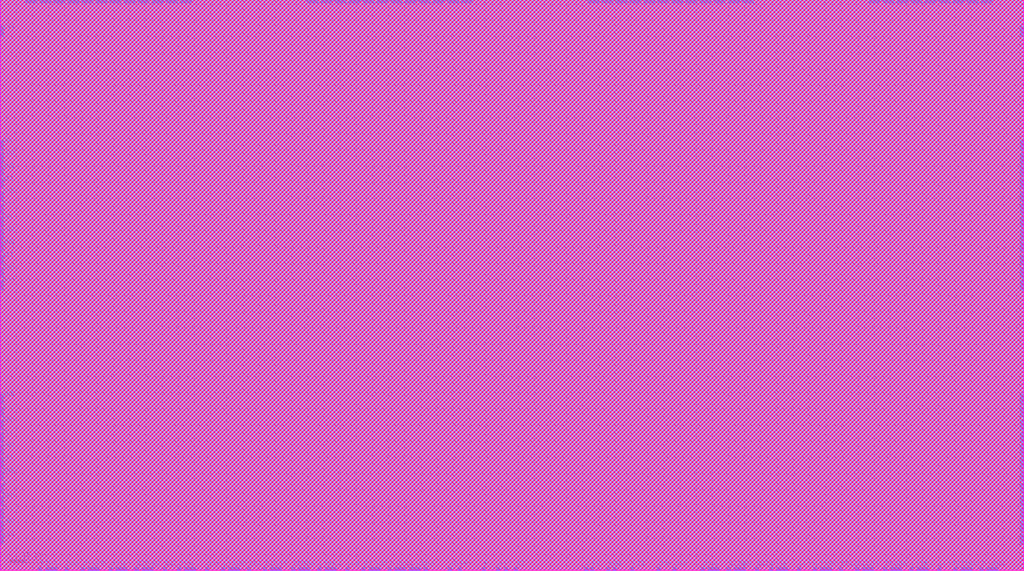
<source format=lef>
# 
#              Synchronous High Speed Single Port SRAM Compiler 
# 
#                    UMC 0.18um GenericII Logic Process
#    __________________________________________________________________________
# 
# 
#      (C) Copyright 2002-2009 Faraday Technology Corp. All Rights Reserved.
#    
#    This source code is an unpublished work belongs to Faraday Technology
#    Corp.  It is considered a trade secret and is not to be divulged or
#    used by parties who have not received written authorization from
#    Faraday Technology Corp.
#    
#    Faraday's home page can be found at:
#    http://www.faraday-tech.com/
#   
#       Module Name      : SRAM_inst
#       Words            : 128
#       Bits             : 16
#       Byte-Write       : 1
#       Aspect Ratio     : 1
#       Output Loading   : 0.05  (pf)
#       Data Slew        : 0.02  (ns)
#       CK Slew          : 0.02  (ns)
#       Power Ring Width : 2  (um)
# 
# -----------------------------------------------------------------------------
# 
#       Library          : FSA0M_A
#       Memaker          : 200901.2.1
#       Date             : 2024/06/08 09:53:06
# 
# -----------------------------------------------------------------------------


NAMESCASESENSITIVE ON ;
MACRO SRAM_inst
CLASS BLOCK ;
FOREIGN SRAM_inst 0.000 0.000 ;
ORIGIN 0.000 0.000 ;
SIZE 316.200 BY 176.400 ;
SYMMETRY x y r90 ;
SITE core_5040 ;
PIN VCC
  DIRECTION INOUT ;
  USE POWER ;
  SHAPE ABUTMENT ;
 PORT
  LAYER metal4 ;
  RECT 315.080 164.980 316.200 168.220 ;
  LAYER metal3 ;
  RECT 315.080 164.980 316.200 168.220 ;
  LAYER metal2 ;
  RECT 315.080 164.980 316.200 168.220 ;
  LAYER metal1 ;
  RECT 315.080 164.980 316.200 168.220 ;
 END
 PORT
  LAYER metal4 ;
  RECT 315.080 125.780 316.200 129.020 ;
  LAYER metal3 ;
  RECT 315.080 125.780 316.200 129.020 ;
  LAYER metal2 ;
  RECT 315.080 125.780 316.200 129.020 ;
  LAYER metal1 ;
  RECT 315.080 125.780 316.200 129.020 ;
 END
 PORT
  LAYER metal4 ;
  RECT 315.080 117.940 316.200 121.180 ;
  LAYER metal3 ;
  RECT 315.080 117.940 316.200 121.180 ;
  LAYER metal2 ;
  RECT 315.080 117.940 316.200 121.180 ;
  LAYER metal1 ;
  RECT 315.080 117.940 316.200 121.180 ;
 END
 PORT
  LAYER metal4 ;
  RECT 315.080 110.100 316.200 113.340 ;
  LAYER metal3 ;
  RECT 315.080 110.100 316.200 113.340 ;
  LAYER metal2 ;
  RECT 315.080 110.100 316.200 113.340 ;
  LAYER metal1 ;
  RECT 315.080 110.100 316.200 113.340 ;
 END
 PORT
  LAYER metal4 ;
  RECT 315.080 102.260 316.200 105.500 ;
  LAYER metal3 ;
  RECT 315.080 102.260 316.200 105.500 ;
  LAYER metal2 ;
  RECT 315.080 102.260 316.200 105.500 ;
  LAYER metal1 ;
  RECT 315.080 102.260 316.200 105.500 ;
 END
 PORT
  LAYER metal4 ;
  RECT 315.080 94.420 316.200 97.660 ;
  LAYER metal3 ;
  RECT 315.080 94.420 316.200 97.660 ;
  LAYER metal2 ;
  RECT 315.080 94.420 316.200 97.660 ;
  LAYER metal1 ;
  RECT 315.080 94.420 316.200 97.660 ;
 END
 PORT
  LAYER metal4 ;
  RECT 315.080 86.580 316.200 89.820 ;
  LAYER metal3 ;
  RECT 315.080 86.580 316.200 89.820 ;
  LAYER metal2 ;
  RECT 315.080 86.580 316.200 89.820 ;
  LAYER metal1 ;
  RECT 315.080 86.580 316.200 89.820 ;
 END
 PORT
  LAYER metal4 ;
  RECT 315.080 47.380 316.200 50.620 ;
  LAYER metal3 ;
  RECT 315.080 47.380 316.200 50.620 ;
  LAYER metal2 ;
  RECT 315.080 47.380 316.200 50.620 ;
  LAYER metal1 ;
  RECT 315.080 47.380 316.200 50.620 ;
 END
 PORT
  LAYER metal4 ;
  RECT 315.080 39.540 316.200 42.780 ;
  LAYER metal3 ;
  RECT 315.080 39.540 316.200 42.780 ;
  LAYER metal2 ;
  RECT 315.080 39.540 316.200 42.780 ;
  LAYER metal1 ;
  RECT 315.080 39.540 316.200 42.780 ;
 END
 PORT
  LAYER metal4 ;
  RECT 315.080 31.700 316.200 34.940 ;
  LAYER metal3 ;
  RECT 315.080 31.700 316.200 34.940 ;
  LAYER metal2 ;
  RECT 315.080 31.700 316.200 34.940 ;
  LAYER metal1 ;
  RECT 315.080 31.700 316.200 34.940 ;
 END
 PORT
  LAYER metal4 ;
  RECT 315.080 23.860 316.200 27.100 ;
  LAYER metal3 ;
  RECT 315.080 23.860 316.200 27.100 ;
  LAYER metal2 ;
  RECT 315.080 23.860 316.200 27.100 ;
  LAYER metal1 ;
  RECT 315.080 23.860 316.200 27.100 ;
 END
 PORT
  LAYER metal4 ;
  RECT 315.080 16.020 316.200 19.260 ;
  LAYER metal3 ;
  RECT 315.080 16.020 316.200 19.260 ;
  LAYER metal2 ;
  RECT 315.080 16.020 316.200 19.260 ;
  LAYER metal1 ;
  RECT 315.080 16.020 316.200 19.260 ;
 END
 PORT
  LAYER metal4 ;
  RECT 315.080 8.180 316.200 11.420 ;
  LAYER metal3 ;
  RECT 315.080 8.180 316.200 11.420 ;
  LAYER metal2 ;
  RECT 315.080 8.180 316.200 11.420 ;
  LAYER metal1 ;
  RECT 315.080 8.180 316.200 11.420 ;
 END
 PORT
  LAYER metal4 ;
  RECT 0.000 164.980 1.120 168.220 ;
  LAYER metal3 ;
  RECT 0.000 164.980 1.120 168.220 ;
  LAYER metal2 ;
  RECT 0.000 164.980 1.120 168.220 ;
  LAYER metal1 ;
  RECT 0.000 164.980 1.120 168.220 ;
 END
 PORT
  LAYER metal4 ;
  RECT 0.000 125.780 1.120 129.020 ;
  LAYER metal3 ;
  RECT 0.000 125.780 1.120 129.020 ;
  LAYER metal2 ;
  RECT 0.000 125.780 1.120 129.020 ;
  LAYER metal1 ;
  RECT 0.000 125.780 1.120 129.020 ;
 END
 PORT
  LAYER metal4 ;
  RECT 0.000 117.940 1.120 121.180 ;
  LAYER metal3 ;
  RECT 0.000 117.940 1.120 121.180 ;
  LAYER metal2 ;
  RECT 0.000 117.940 1.120 121.180 ;
  LAYER metal1 ;
  RECT 0.000 117.940 1.120 121.180 ;
 END
 PORT
  LAYER metal4 ;
  RECT 0.000 110.100 1.120 113.340 ;
  LAYER metal3 ;
  RECT 0.000 110.100 1.120 113.340 ;
  LAYER metal2 ;
  RECT 0.000 110.100 1.120 113.340 ;
  LAYER metal1 ;
  RECT 0.000 110.100 1.120 113.340 ;
 END
 PORT
  LAYER metal4 ;
  RECT 0.000 102.260 1.120 105.500 ;
  LAYER metal3 ;
  RECT 0.000 102.260 1.120 105.500 ;
  LAYER metal2 ;
  RECT 0.000 102.260 1.120 105.500 ;
  LAYER metal1 ;
  RECT 0.000 102.260 1.120 105.500 ;
 END
 PORT
  LAYER metal4 ;
  RECT 0.000 94.420 1.120 97.660 ;
  LAYER metal3 ;
  RECT 0.000 94.420 1.120 97.660 ;
  LAYER metal2 ;
  RECT 0.000 94.420 1.120 97.660 ;
  LAYER metal1 ;
  RECT 0.000 94.420 1.120 97.660 ;
 END
 PORT
  LAYER metal4 ;
  RECT 0.000 86.580 1.120 89.820 ;
  LAYER metal3 ;
  RECT 0.000 86.580 1.120 89.820 ;
  LAYER metal2 ;
  RECT 0.000 86.580 1.120 89.820 ;
  LAYER metal1 ;
  RECT 0.000 86.580 1.120 89.820 ;
 END
 PORT
  LAYER metal4 ;
  RECT 0.000 47.380 1.120 50.620 ;
  LAYER metal3 ;
  RECT 0.000 47.380 1.120 50.620 ;
  LAYER metal2 ;
  RECT 0.000 47.380 1.120 50.620 ;
  LAYER metal1 ;
  RECT 0.000 47.380 1.120 50.620 ;
 END
 PORT
  LAYER metal4 ;
  RECT 0.000 39.540 1.120 42.780 ;
  LAYER metal3 ;
  RECT 0.000 39.540 1.120 42.780 ;
  LAYER metal2 ;
  RECT 0.000 39.540 1.120 42.780 ;
  LAYER metal1 ;
  RECT 0.000 39.540 1.120 42.780 ;
 END
 PORT
  LAYER metal4 ;
  RECT 0.000 31.700 1.120 34.940 ;
  LAYER metal3 ;
  RECT 0.000 31.700 1.120 34.940 ;
  LAYER metal2 ;
  RECT 0.000 31.700 1.120 34.940 ;
  LAYER metal1 ;
  RECT 0.000 31.700 1.120 34.940 ;
 END
 PORT
  LAYER metal4 ;
  RECT 0.000 23.860 1.120 27.100 ;
  LAYER metal3 ;
  RECT 0.000 23.860 1.120 27.100 ;
  LAYER metal2 ;
  RECT 0.000 23.860 1.120 27.100 ;
  LAYER metal1 ;
  RECT 0.000 23.860 1.120 27.100 ;
 END
 PORT
  LAYER metal4 ;
  RECT 0.000 16.020 1.120 19.260 ;
  LAYER metal3 ;
  RECT 0.000 16.020 1.120 19.260 ;
  LAYER metal2 ;
  RECT 0.000 16.020 1.120 19.260 ;
  LAYER metal1 ;
  RECT 0.000 16.020 1.120 19.260 ;
 END
 PORT
  LAYER metal4 ;
  RECT 0.000 8.180 1.120 11.420 ;
  LAYER metal3 ;
  RECT 0.000 8.180 1.120 11.420 ;
  LAYER metal2 ;
  RECT 0.000 8.180 1.120 11.420 ;
  LAYER metal1 ;
  RECT 0.000 8.180 1.120 11.420 ;
 END
 PORT
  LAYER metal4 ;
  RECT 302.960 175.280 306.500 176.400 ;
  LAYER metal3 ;
  RECT 302.960 175.280 306.500 176.400 ;
  LAYER metal2 ;
  RECT 302.960 175.280 306.500 176.400 ;
  LAYER metal1 ;
  RECT 302.960 175.280 306.500 176.400 ;
 END
 PORT
  LAYER metal4 ;
  RECT 294.280 175.280 297.820 176.400 ;
  LAYER metal3 ;
  RECT 294.280 175.280 297.820 176.400 ;
  LAYER metal2 ;
  RECT 294.280 175.280 297.820 176.400 ;
  LAYER metal1 ;
  RECT 294.280 175.280 297.820 176.400 ;
 END
 PORT
  LAYER metal4 ;
  RECT 285.600 175.280 289.140 176.400 ;
  LAYER metal3 ;
  RECT 285.600 175.280 289.140 176.400 ;
  LAYER metal2 ;
  RECT 285.600 175.280 289.140 176.400 ;
  LAYER metal1 ;
  RECT 285.600 175.280 289.140 176.400 ;
 END
 PORT
  LAYER metal4 ;
  RECT 276.920 175.280 280.460 176.400 ;
  LAYER metal3 ;
  RECT 276.920 175.280 280.460 176.400 ;
  LAYER metal2 ;
  RECT 276.920 175.280 280.460 176.400 ;
  LAYER metal1 ;
  RECT 276.920 175.280 280.460 176.400 ;
 END
 PORT
  LAYER metal4 ;
  RECT 268.240 175.280 271.780 176.400 ;
  LAYER metal3 ;
  RECT 268.240 175.280 271.780 176.400 ;
  LAYER metal2 ;
  RECT 268.240 175.280 271.780 176.400 ;
  LAYER metal1 ;
  RECT 268.240 175.280 271.780 176.400 ;
 END
 PORT
  LAYER metal4 ;
  RECT 224.840 175.280 228.380 176.400 ;
  LAYER metal3 ;
  RECT 224.840 175.280 228.380 176.400 ;
  LAYER metal2 ;
  RECT 224.840 175.280 228.380 176.400 ;
  LAYER metal1 ;
  RECT 224.840 175.280 228.380 176.400 ;
 END
 PORT
  LAYER metal4 ;
  RECT 216.160 175.280 219.700 176.400 ;
  LAYER metal3 ;
  RECT 216.160 175.280 219.700 176.400 ;
  LAYER metal2 ;
  RECT 216.160 175.280 219.700 176.400 ;
  LAYER metal1 ;
  RECT 216.160 175.280 219.700 176.400 ;
 END
 PORT
  LAYER metal4 ;
  RECT 207.480 175.280 211.020 176.400 ;
  LAYER metal3 ;
  RECT 207.480 175.280 211.020 176.400 ;
  LAYER metal2 ;
  RECT 207.480 175.280 211.020 176.400 ;
  LAYER metal1 ;
  RECT 207.480 175.280 211.020 176.400 ;
 END
 PORT
  LAYER metal4 ;
  RECT 198.800 175.280 202.340 176.400 ;
  LAYER metal3 ;
  RECT 198.800 175.280 202.340 176.400 ;
  LAYER metal2 ;
  RECT 198.800 175.280 202.340 176.400 ;
  LAYER metal1 ;
  RECT 198.800 175.280 202.340 176.400 ;
 END
 PORT
  LAYER metal4 ;
  RECT 190.120 175.280 193.660 176.400 ;
  LAYER metal3 ;
  RECT 190.120 175.280 193.660 176.400 ;
  LAYER metal2 ;
  RECT 190.120 175.280 193.660 176.400 ;
  LAYER metal1 ;
  RECT 190.120 175.280 193.660 176.400 ;
 END
 PORT
  LAYER metal4 ;
  RECT 181.440 175.280 184.980 176.400 ;
  LAYER metal3 ;
  RECT 181.440 175.280 184.980 176.400 ;
  LAYER metal2 ;
  RECT 181.440 175.280 184.980 176.400 ;
  LAYER metal1 ;
  RECT 181.440 175.280 184.980 176.400 ;
 END
 PORT
  LAYER metal4 ;
  RECT 138.040 175.280 141.580 176.400 ;
  LAYER metal3 ;
  RECT 138.040 175.280 141.580 176.400 ;
  LAYER metal2 ;
  RECT 138.040 175.280 141.580 176.400 ;
  LAYER metal1 ;
  RECT 138.040 175.280 141.580 176.400 ;
 END
 PORT
  LAYER metal4 ;
  RECT 129.360 175.280 132.900 176.400 ;
  LAYER metal3 ;
  RECT 129.360 175.280 132.900 176.400 ;
  LAYER metal2 ;
  RECT 129.360 175.280 132.900 176.400 ;
  LAYER metal1 ;
  RECT 129.360 175.280 132.900 176.400 ;
 END
 PORT
  LAYER metal4 ;
  RECT 120.680 175.280 124.220 176.400 ;
  LAYER metal3 ;
  RECT 120.680 175.280 124.220 176.400 ;
  LAYER metal2 ;
  RECT 120.680 175.280 124.220 176.400 ;
  LAYER metal1 ;
  RECT 120.680 175.280 124.220 176.400 ;
 END
 PORT
  LAYER metal4 ;
  RECT 112.000 175.280 115.540 176.400 ;
  LAYER metal3 ;
  RECT 112.000 175.280 115.540 176.400 ;
  LAYER metal2 ;
  RECT 112.000 175.280 115.540 176.400 ;
  LAYER metal1 ;
  RECT 112.000 175.280 115.540 176.400 ;
 END
 PORT
  LAYER metal4 ;
  RECT 103.320 175.280 106.860 176.400 ;
  LAYER metal3 ;
  RECT 103.320 175.280 106.860 176.400 ;
  LAYER metal2 ;
  RECT 103.320 175.280 106.860 176.400 ;
  LAYER metal1 ;
  RECT 103.320 175.280 106.860 176.400 ;
 END
 PORT
  LAYER metal4 ;
  RECT 94.640 175.280 98.180 176.400 ;
  LAYER metal3 ;
  RECT 94.640 175.280 98.180 176.400 ;
  LAYER metal2 ;
  RECT 94.640 175.280 98.180 176.400 ;
  LAYER metal1 ;
  RECT 94.640 175.280 98.180 176.400 ;
 END
 PORT
  LAYER metal4 ;
  RECT 51.240 175.280 54.780 176.400 ;
  LAYER metal3 ;
  RECT 51.240 175.280 54.780 176.400 ;
  LAYER metal2 ;
  RECT 51.240 175.280 54.780 176.400 ;
  LAYER metal1 ;
  RECT 51.240 175.280 54.780 176.400 ;
 END
 PORT
  LAYER metal4 ;
  RECT 42.560 175.280 46.100 176.400 ;
  LAYER metal3 ;
  RECT 42.560 175.280 46.100 176.400 ;
  LAYER metal2 ;
  RECT 42.560 175.280 46.100 176.400 ;
  LAYER metal1 ;
  RECT 42.560 175.280 46.100 176.400 ;
 END
 PORT
  LAYER metal4 ;
  RECT 33.880 175.280 37.420 176.400 ;
  LAYER metal3 ;
  RECT 33.880 175.280 37.420 176.400 ;
  LAYER metal2 ;
  RECT 33.880 175.280 37.420 176.400 ;
  LAYER metal1 ;
  RECT 33.880 175.280 37.420 176.400 ;
 END
 PORT
  LAYER metal4 ;
  RECT 25.200 175.280 28.740 176.400 ;
  LAYER metal3 ;
  RECT 25.200 175.280 28.740 176.400 ;
  LAYER metal2 ;
  RECT 25.200 175.280 28.740 176.400 ;
  LAYER metal1 ;
  RECT 25.200 175.280 28.740 176.400 ;
 END
 PORT
  LAYER metal4 ;
  RECT 16.520 175.280 20.060 176.400 ;
  LAYER metal3 ;
  RECT 16.520 175.280 20.060 176.400 ;
  LAYER metal2 ;
  RECT 16.520 175.280 20.060 176.400 ;
  LAYER metal1 ;
  RECT 16.520 175.280 20.060 176.400 ;
 END
 PORT
  LAYER metal4 ;
  RECT 7.840 175.280 11.380 176.400 ;
  LAYER metal3 ;
  RECT 7.840 175.280 11.380 176.400 ;
  LAYER metal2 ;
  RECT 7.840 175.280 11.380 176.400 ;
  LAYER metal1 ;
  RECT 7.840 175.280 11.380 176.400 ;
 END
 PORT
  LAYER metal4 ;
  RECT 304.820 0.000 308.360 1.120 ;
  LAYER metal3 ;
  RECT 304.820 0.000 308.360 1.120 ;
  LAYER metal2 ;
  RECT 304.820 0.000 308.360 1.120 ;
  LAYER metal1 ;
  RECT 304.820 0.000 308.360 1.120 ;
 END
 PORT
  LAYER metal4 ;
  RECT 283.120 0.000 286.660 1.120 ;
  LAYER metal3 ;
  RECT 283.120 0.000 286.660 1.120 ;
  LAYER metal2 ;
  RECT 283.120 0.000 286.660 1.120 ;
  LAYER metal1 ;
  RECT 283.120 0.000 286.660 1.120 ;
 END
 PORT
  LAYER metal4 ;
  RECT 266.380 0.000 269.920 1.120 ;
  LAYER metal3 ;
  RECT 266.380 0.000 269.920 1.120 ;
  LAYER metal2 ;
  RECT 266.380 0.000 269.920 1.120 ;
  LAYER metal1 ;
  RECT 266.380 0.000 269.920 1.120 ;
 END
 PORT
  LAYER metal4 ;
  RECT 239.720 0.000 243.260 1.120 ;
  LAYER metal3 ;
  RECT 239.720 0.000 243.260 1.120 ;
  LAYER metal2 ;
  RECT 239.720 0.000 243.260 1.120 ;
  LAYER metal1 ;
  RECT 239.720 0.000 243.260 1.120 ;
 END
 PORT
  LAYER metal4 ;
  RECT 218.640 0.000 222.180 1.120 ;
  LAYER metal3 ;
  RECT 218.640 0.000 222.180 1.120 ;
  LAYER metal2 ;
  RECT 218.640 0.000 222.180 1.120 ;
  LAYER metal1 ;
  RECT 218.640 0.000 222.180 1.120 ;
 END
 PORT
  LAYER metal4 ;
  RECT 121.920 0.000 125.460 1.120 ;
  LAYER metal3 ;
  RECT 121.920 0.000 125.460 1.120 ;
  LAYER metal2 ;
  RECT 121.920 0.000 125.460 1.120 ;
  LAYER metal1 ;
  RECT 121.920 0.000 125.460 1.120 ;
 END
 PORT
  LAYER metal4 ;
  RECT 100.220 0.000 103.760 1.120 ;
  LAYER metal3 ;
  RECT 100.220 0.000 103.760 1.120 ;
  LAYER metal2 ;
  RECT 100.220 0.000 103.760 1.120 ;
  LAYER metal1 ;
  RECT 100.220 0.000 103.760 1.120 ;
 END
 PORT
  LAYER metal4 ;
  RECT 83.480 0.000 87.020 1.120 ;
  LAYER metal3 ;
  RECT 83.480 0.000 87.020 1.120 ;
  LAYER metal2 ;
  RECT 83.480 0.000 87.020 1.120 ;
  LAYER metal1 ;
  RECT 83.480 0.000 87.020 1.120 ;
 END
 PORT
  LAYER metal4 ;
  RECT 56.820 0.000 60.360 1.120 ;
  LAYER metal3 ;
  RECT 56.820 0.000 60.360 1.120 ;
  LAYER metal2 ;
  RECT 56.820 0.000 60.360 1.120 ;
  LAYER metal1 ;
  RECT 56.820 0.000 60.360 1.120 ;
 END
 PORT
  LAYER metal4 ;
  RECT 35.740 0.000 39.280 1.120 ;
  LAYER metal3 ;
  RECT 35.740 0.000 39.280 1.120 ;
  LAYER metal2 ;
  RECT 35.740 0.000 39.280 1.120 ;
  LAYER metal1 ;
  RECT 35.740 0.000 39.280 1.120 ;
 END
 PORT
  LAYER metal4 ;
  RECT 14.040 0.000 17.580 1.120 ;
  LAYER metal3 ;
  RECT 14.040 0.000 17.580 1.120 ;
  LAYER metal2 ;
  RECT 14.040 0.000 17.580 1.120 ;
  LAYER metal1 ;
  RECT 14.040 0.000 17.580 1.120 ;
 END
END VCC
PIN GND
  DIRECTION INOUT ;
  USE GROUND ;
  SHAPE ABUTMENT ;
 PORT
  LAYER metal4 ;
  RECT 315.080 129.700 316.200 132.940 ;
  LAYER metal3 ;
  RECT 315.080 129.700 316.200 132.940 ;
  LAYER metal2 ;
  RECT 315.080 129.700 316.200 132.940 ;
  LAYER metal1 ;
  RECT 315.080 129.700 316.200 132.940 ;
 END
 PORT
  LAYER metal4 ;
  RECT 315.080 121.860 316.200 125.100 ;
  LAYER metal3 ;
  RECT 315.080 121.860 316.200 125.100 ;
  LAYER metal2 ;
  RECT 315.080 121.860 316.200 125.100 ;
  LAYER metal1 ;
  RECT 315.080 121.860 316.200 125.100 ;
 END
 PORT
  LAYER metal4 ;
  RECT 315.080 114.020 316.200 117.260 ;
  LAYER metal3 ;
  RECT 315.080 114.020 316.200 117.260 ;
  LAYER metal2 ;
  RECT 315.080 114.020 316.200 117.260 ;
  LAYER metal1 ;
  RECT 315.080 114.020 316.200 117.260 ;
 END
 PORT
  LAYER metal4 ;
  RECT 315.080 106.180 316.200 109.420 ;
  LAYER metal3 ;
  RECT 315.080 106.180 316.200 109.420 ;
  LAYER metal2 ;
  RECT 315.080 106.180 316.200 109.420 ;
  LAYER metal1 ;
  RECT 315.080 106.180 316.200 109.420 ;
 END
 PORT
  LAYER metal4 ;
  RECT 315.080 98.340 316.200 101.580 ;
  LAYER metal3 ;
  RECT 315.080 98.340 316.200 101.580 ;
  LAYER metal2 ;
  RECT 315.080 98.340 316.200 101.580 ;
  LAYER metal1 ;
  RECT 315.080 98.340 316.200 101.580 ;
 END
 PORT
  LAYER metal4 ;
  RECT 315.080 90.500 316.200 93.740 ;
  LAYER metal3 ;
  RECT 315.080 90.500 316.200 93.740 ;
  LAYER metal2 ;
  RECT 315.080 90.500 316.200 93.740 ;
  LAYER metal1 ;
  RECT 315.080 90.500 316.200 93.740 ;
 END
 PORT
  LAYER metal4 ;
  RECT 315.080 51.300 316.200 54.540 ;
  LAYER metal3 ;
  RECT 315.080 51.300 316.200 54.540 ;
  LAYER metal2 ;
  RECT 315.080 51.300 316.200 54.540 ;
  LAYER metal1 ;
  RECT 315.080 51.300 316.200 54.540 ;
 END
 PORT
  LAYER metal4 ;
  RECT 315.080 43.460 316.200 46.700 ;
  LAYER metal3 ;
  RECT 315.080 43.460 316.200 46.700 ;
  LAYER metal2 ;
  RECT 315.080 43.460 316.200 46.700 ;
  LAYER metal1 ;
  RECT 315.080 43.460 316.200 46.700 ;
 END
 PORT
  LAYER metal4 ;
  RECT 315.080 35.620 316.200 38.860 ;
  LAYER metal3 ;
  RECT 315.080 35.620 316.200 38.860 ;
  LAYER metal2 ;
  RECT 315.080 35.620 316.200 38.860 ;
  LAYER metal1 ;
  RECT 315.080 35.620 316.200 38.860 ;
 END
 PORT
  LAYER metal4 ;
  RECT 315.080 27.780 316.200 31.020 ;
  LAYER metal3 ;
  RECT 315.080 27.780 316.200 31.020 ;
  LAYER metal2 ;
  RECT 315.080 27.780 316.200 31.020 ;
  LAYER metal1 ;
  RECT 315.080 27.780 316.200 31.020 ;
 END
 PORT
  LAYER metal4 ;
  RECT 315.080 19.940 316.200 23.180 ;
  LAYER metal3 ;
  RECT 315.080 19.940 316.200 23.180 ;
  LAYER metal2 ;
  RECT 315.080 19.940 316.200 23.180 ;
  LAYER metal1 ;
  RECT 315.080 19.940 316.200 23.180 ;
 END
 PORT
  LAYER metal4 ;
  RECT 315.080 12.100 316.200 15.340 ;
  LAYER metal3 ;
  RECT 315.080 12.100 316.200 15.340 ;
  LAYER metal2 ;
  RECT 315.080 12.100 316.200 15.340 ;
  LAYER metal1 ;
  RECT 315.080 12.100 316.200 15.340 ;
 END
 PORT
  LAYER metal4 ;
  RECT 0.000 129.700 1.120 132.940 ;
  LAYER metal3 ;
  RECT 0.000 129.700 1.120 132.940 ;
  LAYER metal2 ;
  RECT 0.000 129.700 1.120 132.940 ;
  LAYER metal1 ;
  RECT 0.000 129.700 1.120 132.940 ;
 END
 PORT
  LAYER metal4 ;
  RECT 0.000 121.860 1.120 125.100 ;
  LAYER metal3 ;
  RECT 0.000 121.860 1.120 125.100 ;
  LAYER metal2 ;
  RECT 0.000 121.860 1.120 125.100 ;
  LAYER metal1 ;
  RECT 0.000 121.860 1.120 125.100 ;
 END
 PORT
  LAYER metal4 ;
  RECT 0.000 114.020 1.120 117.260 ;
  LAYER metal3 ;
  RECT 0.000 114.020 1.120 117.260 ;
  LAYER metal2 ;
  RECT 0.000 114.020 1.120 117.260 ;
  LAYER metal1 ;
  RECT 0.000 114.020 1.120 117.260 ;
 END
 PORT
  LAYER metal4 ;
  RECT 0.000 106.180 1.120 109.420 ;
  LAYER metal3 ;
  RECT 0.000 106.180 1.120 109.420 ;
  LAYER metal2 ;
  RECT 0.000 106.180 1.120 109.420 ;
  LAYER metal1 ;
  RECT 0.000 106.180 1.120 109.420 ;
 END
 PORT
  LAYER metal4 ;
  RECT 0.000 98.340 1.120 101.580 ;
  LAYER metal3 ;
  RECT 0.000 98.340 1.120 101.580 ;
  LAYER metal2 ;
  RECT 0.000 98.340 1.120 101.580 ;
  LAYER metal1 ;
  RECT 0.000 98.340 1.120 101.580 ;
 END
 PORT
  LAYER metal4 ;
  RECT 0.000 90.500 1.120 93.740 ;
  LAYER metal3 ;
  RECT 0.000 90.500 1.120 93.740 ;
  LAYER metal2 ;
  RECT 0.000 90.500 1.120 93.740 ;
  LAYER metal1 ;
  RECT 0.000 90.500 1.120 93.740 ;
 END
 PORT
  LAYER metal4 ;
  RECT 0.000 51.300 1.120 54.540 ;
  LAYER metal3 ;
  RECT 0.000 51.300 1.120 54.540 ;
  LAYER metal2 ;
  RECT 0.000 51.300 1.120 54.540 ;
  LAYER metal1 ;
  RECT 0.000 51.300 1.120 54.540 ;
 END
 PORT
  LAYER metal4 ;
  RECT 0.000 43.460 1.120 46.700 ;
  LAYER metal3 ;
  RECT 0.000 43.460 1.120 46.700 ;
  LAYER metal2 ;
  RECT 0.000 43.460 1.120 46.700 ;
  LAYER metal1 ;
  RECT 0.000 43.460 1.120 46.700 ;
 END
 PORT
  LAYER metal4 ;
  RECT 0.000 35.620 1.120 38.860 ;
  LAYER metal3 ;
  RECT 0.000 35.620 1.120 38.860 ;
  LAYER metal2 ;
  RECT 0.000 35.620 1.120 38.860 ;
  LAYER metal1 ;
  RECT 0.000 35.620 1.120 38.860 ;
 END
 PORT
  LAYER metal4 ;
  RECT 0.000 27.780 1.120 31.020 ;
  LAYER metal3 ;
  RECT 0.000 27.780 1.120 31.020 ;
  LAYER metal2 ;
  RECT 0.000 27.780 1.120 31.020 ;
  LAYER metal1 ;
  RECT 0.000 27.780 1.120 31.020 ;
 END
 PORT
  LAYER metal4 ;
  RECT 0.000 19.940 1.120 23.180 ;
  LAYER metal3 ;
  RECT 0.000 19.940 1.120 23.180 ;
  LAYER metal2 ;
  RECT 0.000 19.940 1.120 23.180 ;
  LAYER metal1 ;
  RECT 0.000 19.940 1.120 23.180 ;
 END
 PORT
  LAYER metal4 ;
  RECT 0.000 12.100 1.120 15.340 ;
  LAYER metal3 ;
  RECT 0.000 12.100 1.120 15.340 ;
  LAYER metal2 ;
  RECT 0.000 12.100 1.120 15.340 ;
  LAYER metal1 ;
  RECT 0.000 12.100 1.120 15.340 ;
 END
 PORT
  LAYER metal4 ;
  RECT 298.620 175.280 302.160 176.400 ;
  LAYER metal3 ;
  RECT 298.620 175.280 302.160 176.400 ;
  LAYER metal2 ;
  RECT 298.620 175.280 302.160 176.400 ;
  LAYER metal1 ;
  RECT 298.620 175.280 302.160 176.400 ;
 END
 PORT
  LAYER metal4 ;
  RECT 289.940 175.280 293.480 176.400 ;
  LAYER metal3 ;
  RECT 289.940 175.280 293.480 176.400 ;
  LAYER metal2 ;
  RECT 289.940 175.280 293.480 176.400 ;
  LAYER metal1 ;
  RECT 289.940 175.280 293.480 176.400 ;
 END
 PORT
  LAYER metal4 ;
  RECT 281.260 175.280 284.800 176.400 ;
  LAYER metal3 ;
  RECT 281.260 175.280 284.800 176.400 ;
  LAYER metal2 ;
  RECT 281.260 175.280 284.800 176.400 ;
  LAYER metal1 ;
  RECT 281.260 175.280 284.800 176.400 ;
 END
 PORT
  LAYER metal4 ;
  RECT 272.580 175.280 276.120 176.400 ;
  LAYER metal3 ;
  RECT 272.580 175.280 276.120 176.400 ;
  LAYER metal2 ;
  RECT 272.580 175.280 276.120 176.400 ;
  LAYER metal1 ;
  RECT 272.580 175.280 276.120 176.400 ;
 END
 PORT
  LAYER metal4 ;
  RECT 229.180 175.280 232.720 176.400 ;
  LAYER metal3 ;
  RECT 229.180 175.280 232.720 176.400 ;
  LAYER metal2 ;
  RECT 229.180 175.280 232.720 176.400 ;
  LAYER metal1 ;
  RECT 229.180 175.280 232.720 176.400 ;
 END
 PORT
  LAYER metal4 ;
  RECT 220.500 175.280 224.040 176.400 ;
  LAYER metal3 ;
  RECT 220.500 175.280 224.040 176.400 ;
  LAYER metal2 ;
  RECT 220.500 175.280 224.040 176.400 ;
  LAYER metal1 ;
  RECT 220.500 175.280 224.040 176.400 ;
 END
 PORT
  LAYER metal4 ;
  RECT 211.820 175.280 215.360 176.400 ;
  LAYER metal3 ;
  RECT 211.820 175.280 215.360 176.400 ;
  LAYER metal2 ;
  RECT 211.820 175.280 215.360 176.400 ;
  LAYER metal1 ;
  RECT 211.820 175.280 215.360 176.400 ;
 END
 PORT
  LAYER metal4 ;
  RECT 203.140 175.280 206.680 176.400 ;
  LAYER metal3 ;
  RECT 203.140 175.280 206.680 176.400 ;
  LAYER metal2 ;
  RECT 203.140 175.280 206.680 176.400 ;
  LAYER metal1 ;
  RECT 203.140 175.280 206.680 176.400 ;
 END
 PORT
  LAYER metal4 ;
  RECT 194.460 175.280 198.000 176.400 ;
  LAYER metal3 ;
  RECT 194.460 175.280 198.000 176.400 ;
  LAYER metal2 ;
  RECT 194.460 175.280 198.000 176.400 ;
  LAYER metal1 ;
  RECT 194.460 175.280 198.000 176.400 ;
 END
 PORT
  LAYER metal4 ;
  RECT 185.780 175.280 189.320 176.400 ;
  LAYER metal3 ;
  RECT 185.780 175.280 189.320 176.400 ;
  LAYER metal2 ;
  RECT 185.780 175.280 189.320 176.400 ;
  LAYER metal1 ;
  RECT 185.780 175.280 189.320 176.400 ;
 END
 PORT
  LAYER metal4 ;
  RECT 142.380 175.280 145.920 176.400 ;
  LAYER metal3 ;
  RECT 142.380 175.280 145.920 176.400 ;
  LAYER metal2 ;
  RECT 142.380 175.280 145.920 176.400 ;
  LAYER metal1 ;
  RECT 142.380 175.280 145.920 176.400 ;
 END
 PORT
  LAYER metal4 ;
  RECT 133.700 175.280 137.240 176.400 ;
  LAYER metal3 ;
  RECT 133.700 175.280 137.240 176.400 ;
  LAYER metal2 ;
  RECT 133.700 175.280 137.240 176.400 ;
  LAYER metal1 ;
  RECT 133.700 175.280 137.240 176.400 ;
 END
 PORT
  LAYER metal4 ;
  RECT 125.020 175.280 128.560 176.400 ;
  LAYER metal3 ;
  RECT 125.020 175.280 128.560 176.400 ;
  LAYER metal2 ;
  RECT 125.020 175.280 128.560 176.400 ;
  LAYER metal1 ;
  RECT 125.020 175.280 128.560 176.400 ;
 END
 PORT
  LAYER metal4 ;
  RECT 116.340 175.280 119.880 176.400 ;
  LAYER metal3 ;
  RECT 116.340 175.280 119.880 176.400 ;
  LAYER metal2 ;
  RECT 116.340 175.280 119.880 176.400 ;
  LAYER metal1 ;
  RECT 116.340 175.280 119.880 176.400 ;
 END
 PORT
  LAYER metal4 ;
  RECT 107.660 175.280 111.200 176.400 ;
  LAYER metal3 ;
  RECT 107.660 175.280 111.200 176.400 ;
  LAYER metal2 ;
  RECT 107.660 175.280 111.200 176.400 ;
  LAYER metal1 ;
  RECT 107.660 175.280 111.200 176.400 ;
 END
 PORT
  LAYER metal4 ;
  RECT 98.980 175.280 102.520 176.400 ;
  LAYER metal3 ;
  RECT 98.980 175.280 102.520 176.400 ;
  LAYER metal2 ;
  RECT 98.980 175.280 102.520 176.400 ;
  LAYER metal1 ;
  RECT 98.980 175.280 102.520 176.400 ;
 END
 PORT
  LAYER metal4 ;
  RECT 55.580 175.280 59.120 176.400 ;
  LAYER metal3 ;
  RECT 55.580 175.280 59.120 176.400 ;
  LAYER metal2 ;
  RECT 55.580 175.280 59.120 176.400 ;
  LAYER metal1 ;
  RECT 55.580 175.280 59.120 176.400 ;
 END
 PORT
  LAYER metal4 ;
  RECT 46.900 175.280 50.440 176.400 ;
  LAYER metal3 ;
  RECT 46.900 175.280 50.440 176.400 ;
  LAYER metal2 ;
  RECT 46.900 175.280 50.440 176.400 ;
  LAYER metal1 ;
  RECT 46.900 175.280 50.440 176.400 ;
 END
 PORT
  LAYER metal4 ;
  RECT 38.220 175.280 41.760 176.400 ;
  LAYER metal3 ;
  RECT 38.220 175.280 41.760 176.400 ;
  LAYER metal2 ;
  RECT 38.220 175.280 41.760 176.400 ;
  LAYER metal1 ;
  RECT 38.220 175.280 41.760 176.400 ;
 END
 PORT
  LAYER metal4 ;
  RECT 29.540 175.280 33.080 176.400 ;
  LAYER metal3 ;
  RECT 29.540 175.280 33.080 176.400 ;
  LAYER metal2 ;
  RECT 29.540 175.280 33.080 176.400 ;
  LAYER metal1 ;
  RECT 29.540 175.280 33.080 176.400 ;
 END
 PORT
  LAYER metal4 ;
  RECT 20.860 175.280 24.400 176.400 ;
  LAYER metal3 ;
  RECT 20.860 175.280 24.400 176.400 ;
  LAYER metal2 ;
  RECT 20.860 175.280 24.400 176.400 ;
  LAYER metal1 ;
  RECT 20.860 175.280 24.400 176.400 ;
 END
 PORT
  LAYER metal4 ;
  RECT 12.180 175.280 15.720 176.400 ;
  LAYER metal3 ;
  RECT 12.180 175.280 15.720 176.400 ;
  LAYER metal2 ;
  RECT 12.180 175.280 15.720 176.400 ;
  LAYER metal1 ;
  RECT 12.180 175.280 15.720 176.400 ;
 END
 PORT
  LAYER metal4 ;
  RECT 296.760 0.000 300.300 1.120 ;
  LAYER metal3 ;
  RECT 296.760 0.000 300.300 1.120 ;
  LAYER metal2 ;
  RECT 296.760 0.000 300.300 1.120 ;
  LAYER metal1 ;
  RECT 296.760 0.000 300.300 1.120 ;
 END
 PORT
  LAYER metal4 ;
  RECT 275.060 0.000 278.600 1.120 ;
  LAYER metal3 ;
  RECT 275.060 0.000 278.600 1.120 ;
  LAYER metal2 ;
  RECT 275.060 0.000 278.600 1.120 ;
  LAYER metal1 ;
  RECT 275.060 0.000 278.600 1.120 ;
 END
 PORT
  LAYER metal4 ;
  RECT 253.360 0.000 256.900 1.120 ;
  LAYER metal3 ;
  RECT 253.360 0.000 256.900 1.120 ;
  LAYER metal2 ;
  RECT 253.360 0.000 256.900 1.120 ;
  LAYER metal1 ;
  RECT 253.360 0.000 256.900 1.120 ;
 END
 PORT
  LAYER metal4 ;
  RECT 226.700 0.000 230.240 1.120 ;
  LAYER metal3 ;
  RECT 226.700 0.000 230.240 1.120 ;
  LAYER metal2 ;
  RECT 226.700 0.000 230.240 1.120 ;
  LAYER metal1 ;
  RECT 226.700 0.000 230.240 1.120 ;
 END
 PORT
  LAYER metal4 ;
  RECT 126.260 0.000 129.800 1.120 ;
  LAYER metal3 ;
  RECT 126.260 0.000 129.800 1.120 ;
  LAYER metal2 ;
  RECT 126.260 0.000 129.800 1.120 ;
  LAYER metal1 ;
  RECT 126.260 0.000 129.800 1.120 ;
 END
 PORT
  LAYER metal4 ;
  RECT 113.860 0.000 117.400 1.120 ;
  LAYER metal3 ;
  RECT 113.860 0.000 117.400 1.120 ;
  LAYER metal2 ;
  RECT 113.860 0.000 117.400 1.120 ;
  LAYER metal1 ;
  RECT 113.860 0.000 117.400 1.120 ;
 END
 PORT
  LAYER metal4 ;
  RECT 92.160 0.000 95.700 1.120 ;
  LAYER metal3 ;
  RECT 92.160 0.000 95.700 1.120 ;
  LAYER metal2 ;
  RECT 92.160 0.000 95.700 1.120 ;
  LAYER metal1 ;
  RECT 92.160 0.000 95.700 1.120 ;
 END
 PORT
  LAYER metal4 ;
  RECT 70.460 0.000 74.000 1.120 ;
  LAYER metal3 ;
  RECT 70.460 0.000 74.000 1.120 ;
  LAYER metal2 ;
  RECT 70.460 0.000 74.000 1.120 ;
  LAYER metal1 ;
  RECT 70.460 0.000 74.000 1.120 ;
 END
 PORT
  LAYER metal4 ;
  RECT 43.800 0.000 47.340 1.120 ;
  LAYER metal3 ;
  RECT 43.800 0.000 47.340 1.120 ;
  LAYER metal2 ;
  RECT 43.800 0.000 47.340 1.120 ;
  LAYER metal1 ;
  RECT 43.800 0.000 47.340 1.120 ;
 END
 PORT
  LAYER metal4 ;
  RECT 27.060 0.000 30.600 1.120 ;
  LAYER metal3 ;
  RECT 27.060 0.000 30.600 1.120 ;
  LAYER metal2 ;
  RECT 27.060 0.000 30.600 1.120 ;
  LAYER metal1 ;
  RECT 27.060 0.000 30.600 1.120 ;
 END
END GND
PIN DO15
  DIRECTION OUTPUT ;
  CAPACITANCE 0.031 ;
 PORT
  LAYER metal4 ;
  RECT 302.620 0.000 303.740 1.120 ;
  LAYER metal3 ;
  RECT 302.620 0.000 303.740 1.120 ;
  LAYER metal2 ;
  RECT 302.620 0.000 303.740 1.120 ;
  LAYER metal1 ;
  RECT 302.620 0.000 303.740 1.120 ;
 END
END DO15
PIN DI15
  DIRECTION INPUT ;
  CAPACITANCE 0.012 ;
 PORT
  LAYER metal4 ;
  RECT 294.560 0.000 295.680 1.120 ;
  LAYER metal3 ;
  RECT 294.560 0.000 295.680 1.120 ;
  LAYER metal2 ;
  RECT 294.560 0.000 295.680 1.120 ;
  LAYER metal1 ;
  RECT 294.560 0.000 295.680 1.120 ;
 END
END DI15
PIN DO14
  DIRECTION OUTPUT ;
  CAPACITANCE 0.031 ;
 PORT
  LAYER metal4 ;
  RECT 289.600 0.000 290.720 1.120 ;
  LAYER metal3 ;
  RECT 289.600 0.000 290.720 1.120 ;
  LAYER metal2 ;
  RECT 289.600 0.000 290.720 1.120 ;
  LAYER metal1 ;
  RECT 289.600 0.000 290.720 1.120 ;
 END
END DO14
PIN DI14
  DIRECTION INPUT ;
  CAPACITANCE 0.012 ;
 PORT
  LAYER metal4 ;
  RECT 280.920 0.000 282.040 1.120 ;
  LAYER metal3 ;
  RECT 280.920 0.000 282.040 1.120 ;
  LAYER metal2 ;
  RECT 280.920 0.000 282.040 1.120 ;
  LAYER metal1 ;
  RECT 280.920 0.000 282.040 1.120 ;
 END
END DI14
PIN DO13
  DIRECTION OUTPUT ;
  CAPACITANCE 0.031 ;
 PORT
  LAYER metal4 ;
  RECT 272.860 0.000 273.980 1.120 ;
  LAYER metal3 ;
  RECT 272.860 0.000 273.980 1.120 ;
  LAYER metal2 ;
  RECT 272.860 0.000 273.980 1.120 ;
  LAYER metal1 ;
  RECT 272.860 0.000 273.980 1.120 ;
 END
END DO13
PIN DI13
  DIRECTION INPUT ;
  CAPACITANCE 0.012 ;
 PORT
  LAYER metal4 ;
  RECT 264.180 0.000 265.300 1.120 ;
  LAYER metal3 ;
  RECT 264.180 0.000 265.300 1.120 ;
  LAYER metal2 ;
  RECT 264.180 0.000 265.300 1.120 ;
  LAYER metal1 ;
  RECT 264.180 0.000 265.300 1.120 ;
 END
END DI13
PIN DO12
  DIRECTION OUTPUT ;
  CAPACITANCE 0.031 ;
 PORT
  LAYER metal4 ;
  RECT 259.220 0.000 260.340 1.120 ;
  LAYER metal3 ;
  RECT 259.220 0.000 260.340 1.120 ;
  LAYER metal2 ;
  RECT 259.220 0.000 260.340 1.120 ;
  LAYER metal1 ;
  RECT 259.220 0.000 260.340 1.120 ;
 END
END DO12
PIN DI12
  DIRECTION INPUT ;
  CAPACITANCE 0.012 ;
 PORT
  LAYER metal4 ;
  RECT 251.160 0.000 252.280 1.120 ;
  LAYER metal3 ;
  RECT 251.160 0.000 252.280 1.120 ;
  LAYER metal2 ;
  RECT 251.160 0.000 252.280 1.120 ;
  LAYER metal1 ;
  RECT 251.160 0.000 252.280 1.120 ;
 END
END DI12
PIN DO11
  DIRECTION OUTPUT ;
  CAPACITANCE 0.031 ;
 PORT
  LAYER metal4 ;
  RECT 246.200 0.000 247.320 1.120 ;
  LAYER metal3 ;
  RECT 246.200 0.000 247.320 1.120 ;
  LAYER metal2 ;
  RECT 246.200 0.000 247.320 1.120 ;
  LAYER metal1 ;
  RECT 246.200 0.000 247.320 1.120 ;
 END
END DO11
PIN DI11
  DIRECTION INPUT ;
  CAPACITANCE 0.012 ;
 PORT
  LAYER metal4 ;
  RECT 237.520 0.000 238.640 1.120 ;
  LAYER metal3 ;
  RECT 237.520 0.000 238.640 1.120 ;
  LAYER metal2 ;
  RECT 237.520 0.000 238.640 1.120 ;
  LAYER metal1 ;
  RECT 237.520 0.000 238.640 1.120 ;
 END
END DI11
PIN DO10
  DIRECTION OUTPUT ;
  CAPACITANCE 0.031 ;
 PORT
  LAYER metal4 ;
  RECT 233.180 0.000 234.300 1.120 ;
  LAYER metal3 ;
  RECT 233.180 0.000 234.300 1.120 ;
  LAYER metal2 ;
  RECT 233.180 0.000 234.300 1.120 ;
  LAYER metal1 ;
  RECT 233.180 0.000 234.300 1.120 ;
 END
END DO10
PIN DI10
  DIRECTION INPUT ;
  CAPACITANCE 0.012 ;
 PORT
  LAYER metal4 ;
  RECT 224.500 0.000 225.620 1.120 ;
  LAYER metal3 ;
  RECT 224.500 0.000 225.620 1.120 ;
  LAYER metal2 ;
  RECT 224.500 0.000 225.620 1.120 ;
  LAYER metal1 ;
  RECT 224.500 0.000 225.620 1.120 ;
 END
END DI10
PIN DO9
  DIRECTION OUTPUT ;
  CAPACITANCE 0.031 ;
 PORT
  LAYER metal4 ;
  RECT 216.440 0.000 217.560 1.120 ;
  LAYER metal3 ;
  RECT 216.440 0.000 217.560 1.120 ;
  LAYER metal2 ;
  RECT 216.440 0.000 217.560 1.120 ;
  LAYER metal1 ;
  RECT 216.440 0.000 217.560 1.120 ;
 END
END DO9
PIN DI9
  DIRECTION INPUT ;
  CAPACITANCE 0.012 ;
 PORT
  LAYER metal4 ;
  RECT 207.760 0.000 208.880 1.120 ;
  LAYER metal3 ;
  RECT 207.760 0.000 208.880 1.120 ;
  LAYER metal2 ;
  RECT 207.760 0.000 208.880 1.120 ;
  LAYER metal1 ;
  RECT 207.760 0.000 208.880 1.120 ;
 END
END DI9
PIN DO8
  DIRECTION OUTPUT ;
  CAPACITANCE 0.031 ;
 PORT
  LAYER metal4 ;
  RECT 202.800 0.000 203.920 1.120 ;
  LAYER metal3 ;
  RECT 202.800 0.000 203.920 1.120 ;
  LAYER metal2 ;
  RECT 202.800 0.000 203.920 1.120 ;
  LAYER metal1 ;
  RECT 202.800 0.000 203.920 1.120 ;
 END
END DO8
PIN DI8
  DIRECTION INPUT ;
  CAPACITANCE 0.012 ;
 PORT
  LAYER metal4 ;
  RECT 194.740 0.000 195.860 1.120 ;
  LAYER metal3 ;
  RECT 194.740 0.000 195.860 1.120 ;
  LAYER metal2 ;
  RECT 194.740 0.000 195.860 1.120 ;
  LAYER metal1 ;
  RECT 194.740 0.000 195.860 1.120 ;
 END
END DI8
PIN A1
  DIRECTION INPUT ;
  CAPACITANCE 0.027 ;
 PORT
  LAYER metal4 ;
  RECT 189.160 0.000 190.280 1.120 ;
  LAYER metal3 ;
  RECT 189.160 0.000 190.280 1.120 ;
  LAYER metal2 ;
  RECT 189.160 0.000 190.280 1.120 ;
  LAYER metal1 ;
  RECT 189.160 0.000 190.280 1.120 ;
 END
END A1
PIN WEB
  DIRECTION INPUT ;
  CAPACITANCE 0.011 ;
 PORT
  LAYER metal4 ;
  RECT 187.300 0.000 188.420 1.120 ;
  LAYER metal3 ;
  RECT 187.300 0.000 188.420 1.120 ;
  LAYER metal2 ;
  RECT 187.300 0.000 188.420 1.120 ;
  LAYER metal1 ;
  RECT 187.300 0.000 188.420 1.120 ;
 END
END WEB
PIN OE
  DIRECTION INPUT ;
  CAPACITANCE 0.033 ;
 PORT
  LAYER metal4 ;
  RECT 182.340 0.000 183.460 1.120 ;
  LAYER metal3 ;
  RECT 182.340 0.000 183.460 1.120 ;
  LAYER metal2 ;
  RECT 182.340 0.000 183.460 1.120 ;
  LAYER metal1 ;
  RECT 182.340 0.000 183.460 1.120 ;
 END
END OE
PIN CS
  DIRECTION INPUT ;
  CAPACITANCE 0.123 ;
 PORT
  LAYER metal4 ;
  RECT 180.480 0.000 181.600 1.120 ;
  LAYER metal3 ;
  RECT 180.480 0.000 181.600 1.120 ;
  LAYER metal2 ;
  RECT 180.480 0.000 181.600 1.120 ;
  LAYER metal1 ;
  RECT 180.480 0.000 181.600 1.120 ;
 END
END CS
PIN A2
  DIRECTION INPUT ;
  CAPACITANCE 0.027 ;
 PORT
  LAYER metal4 ;
  RECT 158.780 0.000 159.900 1.120 ;
  LAYER metal3 ;
  RECT 158.780 0.000 159.900 1.120 ;
  LAYER metal2 ;
  RECT 158.780 0.000 159.900 1.120 ;
  LAYER metal1 ;
  RECT 158.780 0.000 159.900 1.120 ;
 END
END A2
PIN CK
  DIRECTION INPUT ;
  CAPACITANCE 0.063 ;
 PORT
  LAYER metal4 ;
  RECT 155.680 0.000 156.800 1.120 ;
  LAYER metal3 ;
  RECT 155.680 0.000 156.800 1.120 ;
  LAYER metal2 ;
  RECT 155.680 0.000 156.800 1.120 ;
  LAYER metal1 ;
  RECT 155.680 0.000 156.800 1.120 ;
 END
END CK
PIN A0
  DIRECTION INPUT ;
  CAPACITANCE 0.027 ;
 PORT
  LAYER metal4 ;
  RECT 153.200 0.000 154.320 1.120 ;
  LAYER metal3 ;
  RECT 153.200 0.000 154.320 1.120 ;
  LAYER metal2 ;
  RECT 153.200 0.000 154.320 1.120 ;
  LAYER metal1 ;
  RECT 153.200 0.000 154.320 1.120 ;
 END
END A0
PIN A3
  DIRECTION INPUT ;
  CAPACITANCE 0.027 ;
 PORT
  LAYER metal4 ;
  RECT 148.860 0.000 149.980 1.120 ;
  LAYER metal3 ;
  RECT 148.860 0.000 149.980 1.120 ;
  LAYER metal2 ;
  RECT 148.860 0.000 149.980 1.120 ;
  LAYER metal1 ;
  RECT 148.860 0.000 149.980 1.120 ;
 END
END A3
PIN A4
  DIRECTION INPUT ;
  CAPACITANCE 0.027 ;
 PORT
  LAYER metal4 ;
  RECT 141.420 0.000 142.540 1.120 ;
  LAYER metal3 ;
  RECT 141.420 0.000 142.540 1.120 ;
  LAYER metal2 ;
  RECT 141.420 0.000 142.540 1.120 ;
  LAYER metal1 ;
  RECT 141.420 0.000 142.540 1.120 ;
 END
END A4
PIN A5
  DIRECTION INPUT ;
  CAPACITANCE 0.027 ;
 PORT
  LAYER metal4 ;
  RECT 138.320 0.000 139.440 1.120 ;
  LAYER metal3 ;
  RECT 138.320 0.000 139.440 1.120 ;
  LAYER metal2 ;
  RECT 138.320 0.000 139.440 1.120 ;
  LAYER metal1 ;
  RECT 138.320 0.000 139.440 1.120 ;
 END
END A5
PIN A6
  DIRECTION INPUT ;
  CAPACITANCE 0.027 ;
 PORT
  LAYER metal4 ;
  RECT 130.880 0.000 132.000 1.120 ;
  LAYER metal3 ;
  RECT 130.880 0.000 132.000 1.120 ;
  LAYER metal2 ;
  RECT 130.880 0.000 132.000 1.120 ;
  LAYER metal1 ;
  RECT 130.880 0.000 132.000 1.120 ;
 END
END A6
PIN DO7
  DIRECTION OUTPUT ;
  CAPACITANCE 0.031 ;
 PORT
  LAYER metal4 ;
  RECT 119.720 0.000 120.840 1.120 ;
  LAYER metal3 ;
  RECT 119.720 0.000 120.840 1.120 ;
  LAYER metal2 ;
  RECT 119.720 0.000 120.840 1.120 ;
  LAYER metal1 ;
  RECT 119.720 0.000 120.840 1.120 ;
 END
END DO7
PIN DI7
  DIRECTION INPUT ;
  CAPACITANCE 0.012 ;
 PORT
  LAYER metal4 ;
  RECT 111.660 0.000 112.780 1.120 ;
  LAYER metal3 ;
  RECT 111.660 0.000 112.780 1.120 ;
  LAYER metal2 ;
  RECT 111.660 0.000 112.780 1.120 ;
  LAYER metal1 ;
  RECT 111.660 0.000 112.780 1.120 ;
 END
END DI7
PIN DO6
  DIRECTION OUTPUT ;
  CAPACITANCE 0.031 ;
 PORT
  LAYER metal4 ;
  RECT 106.700 0.000 107.820 1.120 ;
  LAYER metal3 ;
  RECT 106.700 0.000 107.820 1.120 ;
  LAYER metal2 ;
  RECT 106.700 0.000 107.820 1.120 ;
  LAYER metal1 ;
  RECT 106.700 0.000 107.820 1.120 ;
 END
END DO6
PIN DI6
  DIRECTION INPUT ;
  CAPACITANCE 0.012 ;
 PORT
  LAYER metal4 ;
  RECT 98.020 0.000 99.140 1.120 ;
  LAYER metal3 ;
  RECT 98.020 0.000 99.140 1.120 ;
  LAYER metal2 ;
  RECT 98.020 0.000 99.140 1.120 ;
  LAYER metal1 ;
  RECT 98.020 0.000 99.140 1.120 ;
 END
END DI6
PIN DO5
  DIRECTION OUTPUT ;
  CAPACITANCE 0.031 ;
 PORT
  LAYER metal4 ;
  RECT 89.960 0.000 91.080 1.120 ;
  LAYER metal3 ;
  RECT 89.960 0.000 91.080 1.120 ;
  LAYER metal2 ;
  RECT 89.960 0.000 91.080 1.120 ;
  LAYER metal1 ;
  RECT 89.960 0.000 91.080 1.120 ;
 END
END DO5
PIN DI5
  DIRECTION INPUT ;
  CAPACITANCE 0.012 ;
 PORT
  LAYER metal4 ;
  RECT 81.280 0.000 82.400 1.120 ;
  LAYER metal3 ;
  RECT 81.280 0.000 82.400 1.120 ;
  LAYER metal2 ;
  RECT 81.280 0.000 82.400 1.120 ;
  LAYER metal1 ;
  RECT 81.280 0.000 82.400 1.120 ;
 END
END DI5
PIN DO4
  DIRECTION OUTPUT ;
  CAPACITANCE 0.031 ;
 PORT
  LAYER metal4 ;
  RECT 76.320 0.000 77.440 1.120 ;
  LAYER metal3 ;
  RECT 76.320 0.000 77.440 1.120 ;
  LAYER metal2 ;
  RECT 76.320 0.000 77.440 1.120 ;
  LAYER metal1 ;
  RECT 76.320 0.000 77.440 1.120 ;
 END
END DO4
PIN DI4
  DIRECTION INPUT ;
  CAPACITANCE 0.012 ;
 PORT
  LAYER metal4 ;
  RECT 68.260 0.000 69.380 1.120 ;
  LAYER metal3 ;
  RECT 68.260 0.000 69.380 1.120 ;
  LAYER metal2 ;
  RECT 68.260 0.000 69.380 1.120 ;
  LAYER metal1 ;
  RECT 68.260 0.000 69.380 1.120 ;
 END
END DI4
PIN DO3
  DIRECTION OUTPUT ;
  CAPACITANCE 0.031 ;
 PORT
  LAYER metal4 ;
  RECT 63.300 0.000 64.420 1.120 ;
  LAYER metal3 ;
  RECT 63.300 0.000 64.420 1.120 ;
  LAYER metal2 ;
  RECT 63.300 0.000 64.420 1.120 ;
  LAYER metal1 ;
  RECT 63.300 0.000 64.420 1.120 ;
 END
END DO3
PIN DI3
  DIRECTION INPUT ;
  CAPACITANCE 0.012 ;
 PORT
  LAYER metal4 ;
  RECT 54.620 0.000 55.740 1.120 ;
  LAYER metal3 ;
  RECT 54.620 0.000 55.740 1.120 ;
  LAYER metal2 ;
  RECT 54.620 0.000 55.740 1.120 ;
  LAYER metal1 ;
  RECT 54.620 0.000 55.740 1.120 ;
 END
END DI3
PIN DO2
  DIRECTION OUTPUT ;
  CAPACITANCE 0.031 ;
 PORT
  LAYER metal4 ;
  RECT 50.280 0.000 51.400 1.120 ;
  LAYER metal3 ;
  RECT 50.280 0.000 51.400 1.120 ;
  LAYER metal2 ;
  RECT 50.280 0.000 51.400 1.120 ;
  LAYER metal1 ;
  RECT 50.280 0.000 51.400 1.120 ;
 END
END DO2
PIN DI2
  DIRECTION INPUT ;
  CAPACITANCE 0.012 ;
 PORT
  LAYER metal4 ;
  RECT 41.600 0.000 42.720 1.120 ;
  LAYER metal3 ;
  RECT 41.600 0.000 42.720 1.120 ;
  LAYER metal2 ;
  RECT 41.600 0.000 42.720 1.120 ;
  LAYER metal1 ;
  RECT 41.600 0.000 42.720 1.120 ;
 END
END DI2
PIN DO1
  DIRECTION OUTPUT ;
  CAPACITANCE 0.031 ;
 PORT
  LAYER metal4 ;
  RECT 33.540 0.000 34.660 1.120 ;
  LAYER metal3 ;
  RECT 33.540 0.000 34.660 1.120 ;
  LAYER metal2 ;
  RECT 33.540 0.000 34.660 1.120 ;
  LAYER metal1 ;
  RECT 33.540 0.000 34.660 1.120 ;
 END
END DO1
PIN DI1
  DIRECTION INPUT ;
  CAPACITANCE 0.012 ;
 PORT
  LAYER metal4 ;
  RECT 24.860 0.000 25.980 1.120 ;
  LAYER metal3 ;
  RECT 24.860 0.000 25.980 1.120 ;
  LAYER metal2 ;
  RECT 24.860 0.000 25.980 1.120 ;
  LAYER metal1 ;
  RECT 24.860 0.000 25.980 1.120 ;
 END
END DI1
PIN DO0
  DIRECTION OUTPUT ;
  CAPACITANCE 0.031 ;
 PORT
  LAYER metal4 ;
  RECT 19.900 0.000 21.020 1.120 ;
  LAYER metal3 ;
  RECT 19.900 0.000 21.020 1.120 ;
  LAYER metal2 ;
  RECT 19.900 0.000 21.020 1.120 ;
  LAYER metal1 ;
  RECT 19.900 0.000 21.020 1.120 ;
 END
END DO0
PIN DI0
  DIRECTION INPUT ;
  CAPACITANCE 0.012 ;
 PORT
  LAYER metal4 ;
  RECT 11.840 0.000 12.960 1.120 ;
  LAYER metal3 ;
  RECT 11.840 0.000 12.960 1.120 ;
  LAYER metal2 ;
  RECT 11.840 0.000 12.960 1.120 ;
  LAYER metal1 ;
  RECT 11.840 0.000 12.960 1.120 ;
 END
END DI0
OBS
  LAYER metal1 SPACING 0.280 ;
  RECT 0.000 0.140 316.200 176.400 ;
  LAYER metal2 SPACING 0.320 ;
  RECT 0.000 0.140 316.200 176.400 ;
  LAYER metal3 SPACING 0.320 ;
  RECT 0.000 0.140 316.200 176.400 ;
  LAYER metal4 SPACING 0.600 ;
  RECT 0.000 0.140 316.200 176.400 ;
  LAYER via ;
  RECT 0.000 0.140 316.200 176.400 ;
  LAYER via2 ;
  RECT 0.000 0.140 316.200 176.400 ;
  LAYER via3 ;
  RECT 0.000 0.140 316.200 176.400 ;
END
END SRAM_inst
END LIBRARY




</source>
